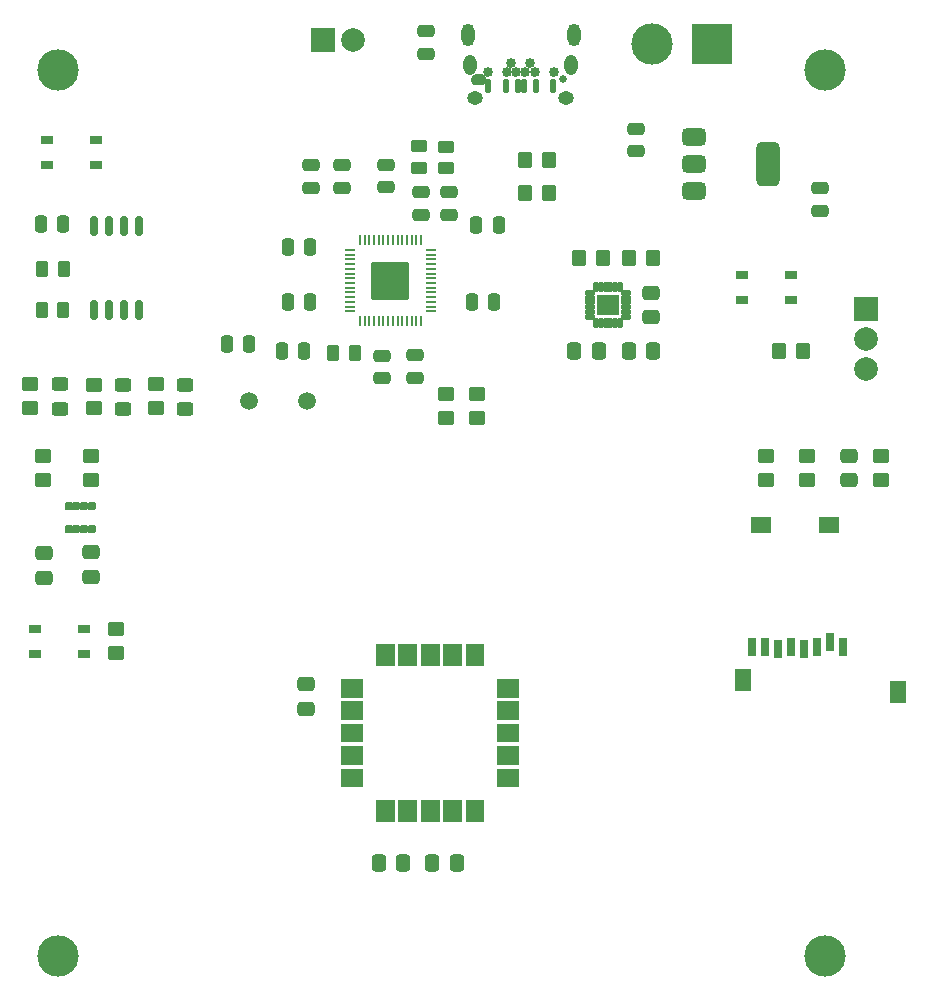
<source format=gts>
%TF.GenerationSoftware,KiCad,Pcbnew,9.0.1*%
%TF.CreationDate,2025-04-14T20:06:37-03:00*%
%TF.ProjectId,SRAD_computer,53524144-5f63-46f6-9d70-757465722e6b,rev?*%
%TF.SameCoordinates,Original*%
%TF.FileFunction,Soldermask,Top*%
%TF.FilePolarity,Negative*%
%FSLAX46Y46*%
G04 Gerber Fmt 4.6, Leading zero omitted, Abs format (unit mm)*
G04 Created by KiCad (PCBNEW 9.0.1) date 2025-04-14 20:06:37*
%MOMM*%
%LPD*%
G01*
G04 APERTURE LIST*
G04 Aperture macros list*
%AMRoundRect*
0 Rectangle with rounded corners*
0 $1 Rounding radius*
0 $2 $3 $4 $5 $6 $7 $8 $9 X,Y pos of 4 corners*
0 Add a 4 corners polygon primitive as box body*
4,1,4,$2,$3,$4,$5,$6,$7,$8,$9,$2,$3,0*
0 Add four circle primitives for the rounded corners*
1,1,$1+$1,$2,$3*
1,1,$1+$1,$4,$5*
1,1,$1+$1,$6,$7*
1,1,$1+$1,$8,$9*
0 Add four rect primitives between the rounded corners*
20,1,$1+$1,$2,$3,$4,$5,0*
20,1,$1+$1,$4,$5,$6,$7,0*
20,1,$1+$1,$6,$7,$8,$9,0*
20,1,$1+$1,$8,$9,$2,$3,0*%
G04 Aperture macros list end*
%ADD10C,0.010000*%
%ADD11RoundRect,0.250000X-0.450000X0.325000X-0.450000X-0.325000X0.450000X-0.325000X0.450000X0.325000X0*%
%ADD12RoundRect,0.250000X-0.475000X0.337500X-0.475000X-0.337500X0.475000X-0.337500X0.475000X0.337500X0*%
%ADD13RoundRect,0.250000X0.475000X-0.250000X0.475000X0.250000X-0.475000X0.250000X-0.475000X-0.250000X0*%
%ADD14RoundRect,0.250000X0.262500X0.450000X-0.262500X0.450000X-0.262500X-0.450000X0.262500X-0.450000X0*%
%ADD15RoundRect,0.250000X-0.450000X0.350000X-0.450000X-0.350000X0.450000X-0.350000X0.450000X0.350000X0*%
%ADD16C,0.650000*%
%ADD17RoundRect,0.102000X0.150000X0.450000X-0.150000X0.450000X-0.150000X-0.450000X0.150000X-0.450000X0*%
%ADD18C,0.854000*%
%ADD19O,1.104000X1.904000*%
%ADD20O,1.104000X1.704000*%
%ADD21O,1.354000X1.104000*%
%ADD22C,1.500000*%
%ADD23RoundRect,0.250000X0.337500X0.475000X-0.337500X0.475000X-0.337500X-0.475000X0.337500X-0.475000X0*%
%ADD24RoundRect,0.250000X-0.475000X0.250000X-0.475000X-0.250000X0.475000X-0.250000X0.475000X0.250000X0*%
%ADD25R,2.000000X2.000000*%
%ADD26C,2.000000*%
%ADD27RoundRect,0.250000X0.350000X0.450000X-0.350000X0.450000X-0.350000X-0.450000X0.350000X-0.450000X0*%
%ADD28RoundRect,0.375000X-0.625000X-0.375000X0.625000X-0.375000X0.625000X0.375000X-0.625000X0.375000X0*%
%ADD29RoundRect,0.500000X-0.500000X-1.400000X0.500000X-1.400000X0.500000X1.400000X-0.500000X1.400000X0*%
%ADD30RoundRect,0.250000X-0.450000X0.262500X-0.450000X-0.262500X0.450000X-0.262500X0.450000X0.262500X0*%
%ADD31R,1.050000X0.650000*%
%ADD32C,3.500000*%
%ADD33RoundRect,0.162500X0.162500X-0.650000X0.162500X0.650000X-0.162500X0.650000X-0.162500X-0.650000X0*%
%ADD34RoundRect,0.250000X-0.350000X-0.450000X0.350000X-0.450000X0.350000X0.450000X-0.350000X0.450000X0*%
%ADD35RoundRect,0.250000X0.475000X-0.337500X0.475000X0.337500X-0.475000X0.337500X-0.475000X-0.337500X0*%
%ADD36RoundRect,0.250000X-0.337500X-0.475000X0.337500X-0.475000X0.337500X0.475000X-0.337500X0.475000X0*%
%ADD37RoundRect,0.250000X0.450000X-0.350000X0.450000X0.350000X-0.450000X0.350000X-0.450000X-0.350000X0*%
%ADD38RoundRect,0.250000X0.250000X0.475000X-0.250000X0.475000X-0.250000X-0.475000X0.250000X-0.475000X0*%
%ADD39RoundRect,0.053000X-0.369000X-0.159000X0.369000X-0.159000X0.369000X0.159000X-0.369000X0.159000X0*%
%ADD40RoundRect,0.053000X-0.159000X-0.369000X0.159000X-0.369000X0.159000X0.369000X-0.159000X0.369000X0*%
%ADD41RoundRect,0.102000X-0.850000X-0.770000X0.850000X-0.770000X0.850000X0.770000X-0.850000X0.770000X0*%
%ADD42R,3.500000X3.500000*%
%ADD43RoundRect,0.081750X0.245250X-0.265250X0.245250X0.265250X-0.245250X0.265250X-0.245250X-0.265250X0*%
%ADD44RoundRect,0.250000X-0.250000X-0.475000X0.250000X-0.475000X0.250000X0.475000X-0.250000X0.475000X0*%
%ADD45RoundRect,0.250000X-0.262500X-0.450000X0.262500X-0.450000X0.262500X0.450000X-0.262500X0.450000X0*%
%ADD46RoundRect,0.050000X-0.387500X-0.050000X0.387500X-0.050000X0.387500X0.050000X-0.387500X0.050000X0*%
%ADD47RoundRect,0.050000X-0.050000X-0.387500X0.050000X-0.387500X0.050000X0.387500X-0.050000X0.387500X0*%
%ADD48RoundRect,0.144000X-1.456000X-1.456000X1.456000X-1.456000X1.456000X1.456000X-1.456000X1.456000X0*%
%ADD49R,0.800000X1.500000*%
%ADD50R,1.400000X1.900000*%
%ADD51R,1.800000X1.400000*%
G04 APERTURE END LIST*
D10*
%TO.C,J7*%
X99177000Y-43216000D02*
X99199000Y-43217000D01*
X99221000Y-43220000D01*
X99243000Y-43224000D01*
X99265000Y-43229000D01*
X99286000Y-43236000D01*
X99307000Y-43243000D01*
X99328000Y-43252000D01*
X99348000Y-43261000D01*
X99368000Y-43272000D01*
X99386000Y-43284000D01*
X99405000Y-43296000D01*
X99422000Y-43310000D01*
X99439000Y-43324000D01*
X99456000Y-43339000D01*
X99471000Y-43356000D01*
X99485000Y-43373000D01*
X99499000Y-43390000D01*
X99511000Y-43409000D01*
X99523000Y-43428000D01*
X99534000Y-43447000D01*
X99543000Y-43467000D01*
X99552000Y-43488000D01*
X99559000Y-43509000D01*
X99566000Y-43530000D01*
X99571000Y-43552000D01*
X99575000Y-43574000D01*
X99578000Y-43596000D01*
X99579000Y-43618000D01*
X99580000Y-43640000D01*
X99579000Y-43662000D01*
X99578000Y-43684000D01*
X99575000Y-43706000D01*
X99571000Y-43728000D01*
X99566000Y-43750000D01*
X99559000Y-43771000D01*
X99552000Y-43792000D01*
X99543000Y-43813000D01*
X99534000Y-43833000D01*
X99523000Y-43852000D01*
X99511000Y-43871000D01*
X99499000Y-43890000D01*
X99485000Y-43907000D01*
X99471000Y-43924000D01*
X99456000Y-43941000D01*
X99439000Y-43956000D01*
X99422000Y-43970000D01*
X99405000Y-43984000D01*
X99386000Y-43996000D01*
X99368000Y-44008000D01*
X99348000Y-44019000D01*
X99328000Y-44028000D01*
X99307000Y-44037000D01*
X99286000Y-44044000D01*
X99265000Y-44051000D01*
X99243000Y-44056000D01*
X99221000Y-44060000D01*
X99199000Y-44063000D01*
X99177000Y-44064000D01*
X99155000Y-44065000D01*
X98805000Y-44065000D01*
X98783000Y-44064000D01*
X98761000Y-44063000D01*
X98739000Y-44060000D01*
X98717000Y-44056000D01*
X98695000Y-44051000D01*
X98674000Y-44044000D01*
X98653000Y-44037000D01*
X98632000Y-44028000D01*
X98612000Y-44019000D01*
X98593000Y-44008000D01*
X98574000Y-43996000D01*
X98555000Y-43984000D01*
X98538000Y-43970000D01*
X98521000Y-43956000D01*
X98504000Y-43941000D01*
X98489000Y-43924000D01*
X98475000Y-43907000D01*
X98461000Y-43890000D01*
X98449000Y-43871000D01*
X98437000Y-43852000D01*
X98426000Y-43833000D01*
X98417000Y-43813000D01*
X98408000Y-43792000D01*
X98401000Y-43771000D01*
X98394000Y-43750000D01*
X98389000Y-43728000D01*
X98385000Y-43706000D01*
X98382000Y-43684000D01*
X98381000Y-43662000D01*
X98380000Y-43640000D01*
X98381000Y-43618000D01*
X98382000Y-43596000D01*
X98385000Y-43574000D01*
X98389000Y-43552000D01*
X98394000Y-43530000D01*
X98401000Y-43509000D01*
X98408000Y-43488000D01*
X98417000Y-43467000D01*
X98426000Y-43447000D01*
X98437000Y-43428000D01*
X98449000Y-43409000D01*
X98461000Y-43390000D01*
X98475000Y-43373000D01*
X98489000Y-43356000D01*
X98504000Y-43339000D01*
X98521000Y-43324000D01*
X98538000Y-43310000D01*
X98555000Y-43296000D01*
X98574000Y-43284000D01*
X98593000Y-43272000D01*
X98612000Y-43261000D01*
X98632000Y-43252000D01*
X98653000Y-43243000D01*
X98674000Y-43236000D01*
X98695000Y-43229000D01*
X98717000Y-43224000D01*
X98739000Y-43220000D01*
X98761000Y-43217000D01*
X98783000Y-43216000D01*
X98805000Y-43215000D01*
X99155000Y-43215000D01*
X99177000Y-43216000D01*
G36*
X99177000Y-43216000D02*
G01*
X99199000Y-43217000D01*
X99221000Y-43220000D01*
X99243000Y-43224000D01*
X99265000Y-43229000D01*
X99286000Y-43236000D01*
X99307000Y-43243000D01*
X99328000Y-43252000D01*
X99348000Y-43261000D01*
X99368000Y-43272000D01*
X99386000Y-43284000D01*
X99405000Y-43296000D01*
X99422000Y-43310000D01*
X99439000Y-43324000D01*
X99456000Y-43339000D01*
X99471000Y-43356000D01*
X99485000Y-43373000D01*
X99499000Y-43390000D01*
X99511000Y-43409000D01*
X99523000Y-43428000D01*
X99534000Y-43447000D01*
X99543000Y-43467000D01*
X99552000Y-43488000D01*
X99559000Y-43509000D01*
X99566000Y-43530000D01*
X99571000Y-43552000D01*
X99575000Y-43574000D01*
X99578000Y-43596000D01*
X99579000Y-43618000D01*
X99580000Y-43640000D01*
X99579000Y-43662000D01*
X99578000Y-43684000D01*
X99575000Y-43706000D01*
X99571000Y-43728000D01*
X99566000Y-43750000D01*
X99559000Y-43771000D01*
X99552000Y-43792000D01*
X99543000Y-43813000D01*
X99534000Y-43833000D01*
X99523000Y-43852000D01*
X99511000Y-43871000D01*
X99499000Y-43890000D01*
X99485000Y-43907000D01*
X99471000Y-43924000D01*
X99456000Y-43941000D01*
X99439000Y-43956000D01*
X99422000Y-43970000D01*
X99405000Y-43984000D01*
X99386000Y-43996000D01*
X99368000Y-44008000D01*
X99348000Y-44019000D01*
X99328000Y-44028000D01*
X99307000Y-44037000D01*
X99286000Y-44044000D01*
X99265000Y-44051000D01*
X99243000Y-44056000D01*
X99221000Y-44060000D01*
X99199000Y-44063000D01*
X99177000Y-44064000D01*
X99155000Y-44065000D01*
X98805000Y-44065000D01*
X98783000Y-44064000D01*
X98761000Y-44063000D01*
X98739000Y-44060000D01*
X98717000Y-44056000D01*
X98695000Y-44051000D01*
X98674000Y-44044000D01*
X98653000Y-44037000D01*
X98632000Y-44028000D01*
X98612000Y-44019000D01*
X98593000Y-44008000D01*
X98574000Y-43996000D01*
X98555000Y-43984000D01*
X98538000Y-43970000D01*
X98521000Y-43956000D01*
X98504000Y-43941000D01*
X98489000Y-43924000D01*
X98475000Y-43907000D01*
X98461000Y-43890000D01*
X98449000Y-43871000D01*
X98437000Y-43852000D01*
X98426000Y-43833000D01*
X98417000Y-43813000D01*
X98408000Y-43792000D01*
X98401000Y-43771000D01*
X98394000Y-43750000D01*
X98389000Y-43728000D01*
X98385000Y-43706000D01*
X98382000Y-43684000D01*
X98381000Y-43662000D01*
X98380000Y-43640000D01*
X98381000Y-43618000D01*
X98382000Y-43596000D01*
X98385000Y-43574000D01*
X98389000Y-43552000D01*
X98394000Y-43530000D01*
X98401000Y-43509000D01*
X98408000Y-43488000D01*
X98417000Y-43467000D01*
X98426000Y-43447000D01*
X98437000Y-43428000D01*
X98449000Y-43409000D01*
X98461000Y-43390000D01*
X98475000Y-43373000D01*
X98489000Y-43356000D01*
X98504000Y-43339000D01*
X98521000Y-43324000D01*
X98538000Y-43310000D01*
X98555000Y-43296000D01*
X98574000Y-43284000D01*
X98593000Y-43272000D01*
X98612000Y-43261000D01*
X98632000Y-43252000D01*
X98653000Y-43243000D01*
X98674000Y-43236000D01*
X98695000Y-43229000D01*
X98717000Y-43224000D01*
X98739000Y-43220000D01*
X98761000Y-43217000D01*
X98783000Y-43216000D01*
X98805000Y-43215000D01*
X99155000Y-43215000D01*
X99177000Y-43216000D01*
G37*
%TO.C,U6*%
X89170000Y-95902984D02*
X87370000Y-95902984D01*
X87370000Y-94402984D01*
X89170000Y-94402984D01*
X89170000Y-95902984D01*
G36*
X89170000Y-95902984D02*
G01*
X87370000Y-95902984D01*
X87370000Y-94402984D01*
X89170000Y-94402984D01*
X89170000Y-95902984D01*
G37*
X89170000Y-97802984D02*
X87370000Y-97802984D01*
X87370000Y-96302984D01*
X89170000Y-96302984D01*
X89170000Y-97802984D01*
G36*
X89170000Y-97802984D02*
G01*
X87370000Y-97802984D01*
X87370000Y-96302984D01*
X89170000Y-96302984D01*
X89170000Y-97802984D01*
G37*
X89170000Y-99702984D02*
X87370000Y-99702984D01*
X87370000Y-98202984D01*
X89170000Y-98202984D01*
X89170000Y-99702984D01*
G36*
X89170000Y-99702984D02*
G01*
X87370000Y-99702984D01*
X87370000Y-98202984D01*
X89170000Y-98202984D01*
X89170000Y-99702984D01*
G37*
X89170000Y-101602984D02*
X87370000Y-101602984D01*
X87370000Y-100102984D01*
X89170000Y-100102984D01*
X89170000Y-101602984D01*
G36*
X89170000Y-101602984D02*
G01*
X87370000Y-101602984D01*
X87370000Y-100102984D01*
X89170000Y-100102984D01*
X89170000Y-101602984D01*
G37*
X89170000Y-103502984D02*
X87370000Y-103502984D01*
X87370000Y-102002984D01*
X89170000Y-102002984D01*
X89170000Y-103502984D01*
G36*
X89170000Y-103502984D02*
G01*
X87370000Y-103502984D01*
X87370000Y-102002984D01*
X89170000Y-102002984D01*
X89170000Y-103502984D01*
G37*
X91820000Y-93252984D02*
X90320000Y-93252984D01*
X90320000Y-91452984D01*
X91820000Y-91452984D01*
X91820000Y-93252984D01*
G36*
X91820000Y-93252984D02*
G01*
X90320000Y-93252984D01*
X90320000Y-91452984D01*
X91820000Y-91452984D01*
X91820000Y-93252984D01*
G37*
X91820000Y-106452984D02*
X90320000Y-106452984D01*
X90320000Y-104652984D01*
X91820000Y-104652984D01*
X91820000Y-106452984D01*
G36*
X91820000Y-106452984D02*
G01*
X90320000Y-106452984D01*
X90320000Y-104652984D01*
X91820000Y-104652984D01*
X91820000Y-106452984D01*
G37*
X93720000Y-93252984D02*
X92220000Y-93252984D01*
X92220000Y-91452984D01*
X93720000Y-91452984D01*
X93720000Y-93252984D01*
G36*
X93720000Y-93252984D02*
G01*
X92220000Y-93252984D01*
X92220000Y-91452984D01*
X93720000Y-91452984D01*
X93720000Y-93252984D01*
G37*
X93720000Y-106452984D02*
X92220000Y-106452984D01*
X92220000Y-104652984D01*
X93720000Y-104652984D01*
X93720000Y-106452984D01*
G36*
X93720000Y-106452984D02*
G01*
X92220000Y-106452984D01*
X92220000Y-104652984D01*
X93720000Y-104652984D01*
X93720000Y-106452984D01*
G37*
X95620000Y-93252984D02*
X94120000Y-93252984D01*
X94120000Y-91452984D01*
X95620000Y-91452984D01*
X95620000Y-93252984D01*
G36*
X95620000Y-93252984D02*
G01*
X94120000Y-93252984D01*
X94120000Y-91452984D01*
X95620000Y-91452984D01*
X95620000Y-93252984D01*
G37*
X95620000Y-106452984D02*
X94120000Y-106452984D01*
X94120000Y-104652984D01*
X95620000Y-104652984D01*
X95620000Y-106452984D01*
G36*
X95620000Y-106452984D02*
G01*
X94120000Y-106452984D01*
X94120000Y-104652984D01*
X95620000Y-104652984D01*
X95620000Y-106452984D01*
G37*
X97520000Y-93252984D02*
X96020000Y-93252984D01*
X96020000Y-91452984D01*
X97520000Y-91452984D01*
X97520000Y-93252984D01*
G36*
X97520000Y-93252984D02*
G01*
X96020000Y-93252984D01*
X96020000Y-91452984D01*
X97520000Y-91452984D01*
X97520000Y-93252984D01*
G37*
X97520000Y-106452984D02*
X96020000Y-106452984D01*
X96020000Y-104652984D01*
X97520000Y-104652984D01*
X97520000Y-106452984D01*
G36*
X97520000Y-106452984D02*
G01*
X96020000Y-106452984D01*
X96020000Y-104652984D01*
X97520000Y-104652984D01*
X97520000Y-106452984D01*
G37*
X99420000Y-93252984D02*
X97920000Y-93252984D01*
X97920000Y-91452984D01*
X99420000Y-91452984D01*
X99420000Y-93252984D01*
G36*
X99420000Y-93252984D02*
G01*
X97920000Y-93252984D01*
X97920000Y-91452984D01*
X99420000Y-91452984D01*
X99420000Y-93252984D01*
G37*
X99420000Y-106452984D02*
X97920000Y-106452984D01*
X97920000Y-104652984D01*
X99420000Y-104652984D01*
X99420000Y-106452984D01*
G36*
X99420000Y-106452984D02*
G01*
X97920000Y-106452984D01*
X97920000Y-104652984D01*
X99420000Y-104652984D01*
X99420000Y-106452984D01*
G37*
X102370000Y-95902984D02*
X100570000Y-95902984D01*
X100570000Y-94402984D01*
X102370000Y-94402984D01*
X102370000Y-95902984D01*
G36*
X102370000Y-95902984D02*
G01*
X100570000Y-95902984D01*
X100570000Y-94402984D01*
X102370000Y-94402984D01*
X102370000Y-95902984D01*
G37*
X102370000Y-97802984D02*
X100570000Y-97802984D01*
X100570000Y-96302984D01*
X102370000Y-96302984D01*
X102370000Y-97802984D01*
G36*
X102370000Y-97802984D02*
G01*
X100570000Y-97802984D01*
X100570000Y-96302984D01*
X102370000Y-96302984D01*
X102370000Y-97802984D01*
G37*
X102370000Y-99702984D02*
X100570000Y-99702984D01*
X100570000Y-98202984D01*
X102370000Y-98202984D01*
X102370000Y-99702984D01*
G36*
X102370000Y-99702984D02*
G01*
X100570000Y-99702984D01*
X100570000Y-98202984D01*
X102370000Y-98202984D01*
X102370000Y-99702984D01*
G37*
X102370000Y-101602984D02*
X100570000Y-101602984D01*
X100570000Y-100102984D01*
X102370000Y-100102984D01*
X102370000Y-101602984D01*
G36*
X102370000Y-101602984D02*
G01*
X100570000Y-101602984D01*
X100570000Y-100102984D01*
X102370000Y-100102984D01*
X102370000Y-101602984D01*
G37*
X102370000Y-103502984D02*
X100570000Y-103502984D01*
X100570000Y-102002984D01*
X102370000Y-102002984D01*
X102370000Y-103502984D01*
G36*
X102370000Y-103502984D02*
G01*
X100570000Y-103502984D01*
X100570000Y-102002984D01*
X102370000Y-102002984D01*
X102370000Y-103502984D01*
G37*
%TD*%
D11*
%TO.C,D2*%
X68908000Y-69502984D03*
X68908000Y-71552984D03*
%TD*%
D12*
%TO.C,C_BME_VDDIO1*%
X66190707Y-83678691D03*
X66190707Y-85753691D03*
%TD*%
D13*
%TO.C,C8*%
X94100000Y-55112836D03*
X94100000Y-53212836D03*
%TD*%
D14*
%TO.C,R2*%
X63880859Y-59723927D03*
X62055859Y-59723927D03*
%TD*%
D15*
%TO.C,R15*%
X133050000Y-75542984D03*
X133050000Y-77542984D03*
%TD*%
D16*
%TO.C,J7*%
X106180000Y-43640000D03*
X98980000Y-43640000D03*
D17*
X105330000Y-44200000D03*
X103830000Y-44200000D03*
X102830000Y-44200000D03*
X102330000Y-44200000D03*
X101330000Y-44200000D03*
X99830000Y-44200000D03*
D18*
X99780000Y-42990000D03*
X101380000Y-42990000D03*
X101780000Y-42290000D03*
X102180000Y-42990000D03*
X102980000Y-42990000D03*
X103380000Y-42290000D03*
X103780000Y-42990000D03*
X105380000Y-42990000D03*
D19*
X107080000Y-39870000D03*
D20*
X106855000Y-42390000D03*
D21*
X106425000Y-45190000D03*
X98735000Y-45190000D03*
D20*
X98305000Y-42390000D03*
D19*
X98080000Y-39870000D03*
%TD*%
D13*
%TO.C,C10*%
X96470000Y-55112836D03*
X96470000Y-53212836D03*
%TD*%
%TO.C,C1*%
X112330000Y-49732836D03*
X112330000Y-47832836D03*
%TD*%
D15*
%TO.C,R13*%
X123303333Y-75552984D03*
X123303333Y-77552984D03*
%TD*%
D22*
%TO.C,Y1*%
X79590000Y-70882984D03*
X84470000Y-70882984D03*
%TD*%
D15*
%TO.C,R_BME_SDA1*%
X62170707Y-75566191D03*
X62170707Y-77566191D03*
%TD*%
%TO.C,R16*%
X68290000Y-90170000D03*
X68290000Y-92170000D03*
%TD*%
D23*
%TO.C,C_VDDIO_MPU1*%
X109200000Y-66622984D03*
X107125000Y-66622984D03*
%TD*%
D24*
%TO.C,C4*%
X127880000Y-52852836D03*
X127880000Y-54752836D03*
%TD*%
D25*
%TO.C,J5*%
X131810000Y-63105000D03*
D26*
X131810000Y-65645000D03*
X131810000Y-68185000D03*
%TD*%
D27*
%TO.C,R_BL2*%
X104980000Y-53230000D03*
X102980000Y-53230000D03*
%TD*%
D28*
%TO.C,U1*%
X117230000Y-48500336D03*
X117230000Y-50800336D03*
D29*
X123530000Y-50800336D03*
D28*
X117230000Y-53100336D03*
%TD*%
D15*
%TO.C,R_BME_SCL1*%
X66160707Y-75546191D03*
X66160707Y-77546191D03*
%TD*%
D30*
%TO.C,R3*%
X93990000Y-49325336D03*
X93990000Y-51150336D03*
%TD*%
D23*
%TO.C,C_SAM_VCCIO1*%
X92620000Y-109952984D03*
X90545000Y-109952984D03*
%TD*%
D15*
%TO.C,R9*%
X71710000Y-69465484D03*
X71710000Y-71465484D03*
%TD*%
D25*
%TO.C,J1*%
X85860000Y-40270000D03*
D26*
X88400000Y-40270000D03*
%TD*%
D31*
%TO.C,S2*%
X65600000Y-92310000D03*
X61450000Y-92310000D03*
X65600000Y-90160000D03*
X61450000Y-90160000D03*
%TD*%
D32*
%TO.C,H2*%
X128380000Y-42822984D03*
%TD*%
D33*
%TO.C,U2*%
X66454747Y-63201427D03*
X67724747Y-63201427D03*
X68994747Y-63201427D03*
X70264747Y-63201427D03*
X70264747Y-56026427D03*
X68994747Y-56026427D03*
X67724747Y-56026427D03*
X66454747Y-56026427D03*
%TD*%
D32*
%TO.C,H1*%
X63380000Y-42822984D03*
%TD*%
D15*
%TO.C,R10*%
X66440000Y-69482984D03*
X66440000Y-71482984D03*
%TD*%
D34*
%TO.C,R_BL1*%
X102980000Y-50460000D03*
X104980000Y-50460000D03*
%TD*%
D11*
%TO.C,D1*%
X74178000Y-69485484D03*
X74178000Y-71535484D03*
%TD*%
D12*
%TO.C,C18*%
X130356666Y-75515484D03*
X130356666Y-77590484D03*
%TD*%
D24*
%TO.C,C6*%
X93610000Y-67022836D03*
X93610000Y-68922836D03*
%TD*%
D35*
%TO.C,C_VDD_MPU1*%
X113642500Y-63770484D03*
X113642500Y-61695484D03*
%TD*%
D11*
%TO.C,D3*%
X63528000Y-69465484D03*
X63528000Y-71515484D03*
%TD*%
D36*
%TO.C,C_MPU_REG1*%
X111705000Y-66622984D03*
X113780000Y-66622984D03*
%TD*%
D37*
%TO.C,R_SAM_SDA1*%
X98880000Y-72322984D03*
X98880000Y-70322984D03*
%TD*%
D32*
%TO.C,H4*%
X63380000Y-117822984D03*
%TD*%
D24*
%TO.C,C17*%
X94570000Y-39582836D03*
X94570000Y-41482836D03*
%TD*%
D38*
%TO.C,C14*%
X84730000Y-62522984D03*
X82830000Y-62522984D03*
%TD*%
D39*
%TO.C,U5*%
X108410000Y-61732984D03*
X108410000Y-62132984D03*
X108410000Y-62532984D03*
X108410000Y-62932984D03*
X108410000Y-63332984D03*
X108410000Y-63732984D03*
D40*
X108955000Y-64277984D03*
X109355000Y-64277984D03*
X109755000Y-64277984D03*
X110155000Y-64277984D03*
X110555000Y-64277984D03*
X110955000Y-64277984D03*
D39*
X111500000Y-63732984D03*
X111500000Y-63332984D03*
X111500000Y-62932984D03*
X111500000Y-62532984D03*
X111500000Y-62132984D03*
X111500000Y-61732984D03*
D40*
X110955000Y-61187984D03*
X110555000Y-61187984D03*
X110155000Y-61187984D03*
X109755000Y-61187984D03*
X109355000Y-61187984D03*
X108955000Y-61187984D03*
D41*
X109955000Y-62732984D03*
%TD*%
D12*
%TO.C,C_BME_VDD1*%
X62200707Y-83758691D03*
X62200707Y-85833691D03*
%TD*%
D31*
%TO.C,S3*%
X66635000Y-50935000D03*
X62485000Y-50935000D03*
X66635000Y-48785000D03*
X62485000Y-48785000D03*
%TD*%
D35*
%TO.C,C_SAM_VCC1*%
X84370000Y-96952984D03*
X84370000Y-94877984D03*
%TD*%
D30*
%TO.C,R4*%
X96210000Y-49345336D03*
X96210000Y-51170336D03*
%TD*%
D27*
%TO.C,R_MPU_SCL1*%
X113760000Y-58782984D03*
X111760000Y-58782984D03*
%TD*%
D14*
%TO.C,R1*%
X63859747Y-63183927D03*
X62034747Y-63183927D03*
%TD*%
D27*
%TO.C,R_MPU_SDA1*%
X109530000Y-58772984D03*
X107530000Y-58772984D03*
%TD*%
D31*
%TO.C,S1*%
X121280000Y-60172984D03*
X125430000Y-60172984D03*
X121280000Y-62322984D03*
X125430000Y-62322984D03*
%TD*%
D24*
%TO.C,C13*%
X90820000Y-67062836D03*
X90820000Y-68962836D03*
%TD*%
D38*
%TO.C,C15*%
X84730000Y-57872984D03*
X82830000Y-57872984D03*
%TD*%
D34*
%TO.C,R12*%
X124450000Y-66632984D03*
X126450000Y-66632984D03*
%TD*%
D13*
%TO.C,C7*%
X84830000Y-52822984D03*
X84830000Y-50922984D03*
%TD*%
D15*
%TO.C,R11*%
X61060000Y-69445484D03*
X61060000Y-71445484D03*
%TD*%
D32*
%TO.C,H3*%
X128380000Y-117822984D03*
%TD*%
D42*
%TO.C,J4*%
X118770000Y-40642836D03*
D32*
X113690000Y-40642836D03*
%TD*%
D43*
%TO.C,U4*%
X64290707Y-79801191D03*
X64940707Y-79801191D03*
X65590707Y-79801191D03*
X66240707Y-79801191D03*
X66240707Y-81741191D03*
X65590707Y-81741191D03*
X64940707Y-81741191D03*
X64290707Y-81741191D03*
%TD*%
D44*
%TO.C,C11*%
X98810000Y-55940000D03*
X100710000Y-55940000D03*
%TD*%
D37*
%TO.C,R_SAM_SCL1*%
X96280000Y-72322984D03*
X96280000Y-70322984D03*
%TD*%
D45*
%TO.C,R5*%
X86717500Y-66822984D03*
X88542500Y-66822984D03*
%TD*%
D44*
%TO.C,C12*%
X98430000Y-62522984D03*
X100330000Y-62522984D03*
%TD*%
D38*
%TO.C,C2*%
X84250000Y-66672984D03*
X82350000Y-66672984D03*
%TD*%
D46*
%TO.C,U3*%
X88112500Y-58087836D03*
X88112500Y-58487836D03*
X88112500Y-58887836D03*
X88112500Y-59287836D03*
X88112500Y-59687836D03*
X88112500Y-60087836D03*
X88112500Y-60487836D03*
X88112500Y-60887836D03*
X88112500Y-61287836D03*
X88112500Y-61687836D03*
X88112500Y-62087836D03*
X88112500Y-62487836D03*
X88112500Y-62887836D03*
X88112500Y-63287836D03*
D47*
X88950000Y-64125336D03*
X89350000Y-64125336D03*
X89750000Y-64125336D03*
X90150000Y-64125336D03*
X90550000Y-64125336D03*
X90950000Y-64125336D03*
X91350000Y-64125336D03*
X91750000Y-64125336D03*
X92150000Y-64125336D03*
X92550000Y-64125336D03*
X92950000Y-64125336D03*
X93350000Y-64125336D03*
X93750000Y-64125336D03*
X94150000Y-64125336D03*
D46*
X94987500Y-63287836D03*
X94987500Y-62887836D03*
X94987500Y-62487836D03*
X94987500Y-62087836D03*
X94987500Y-61687836D03*
X94987500Y-61287836D03*
X94987500Y-60887836D03*
X94987500Y-60487836D03*
X94987500Y-60087836D03*
X94987500Y-59687836D03*
X94987500Y-59287836D03*
X94987500Y-58887836D03*
X94987500Y-58487836D03*
X94987500Y-58087836D03*
D47*
X94150000Y-57250336D03*
X93750000Y-57250336D03*
X93350000Y-57250336D03*
X92950000Y-57250336D03*
X92550000Y-57250336D03*
X92150000Y-57250336D03*
X91750000Y-57250336D03*
X91350000Y-57250336D03*
X90950000Y-57250336D03*
X90550000Y-57250336D03*
X90150000Y-57250336D03*
X89750000Y-57250336D03*
X89350000Y-57250336D03*
X88950000Y-57250336D03*
D48*
X91550000Y-60687836D03*
%TD*%
D13*
%TO.C,C9*%
X91160000Y-52792836D03*
X91160000Y-50892836D03*
%TD*%
D49*
%TO.C,J2*%
X129850000Y-91670000D03*
X128750000Y-91270000D03*
X127650000Y-91670000D03*
X126550000Y-91870000D03*
X125450000Y-91670000D03*
X124350000Y-91870000D03*
X123250000Y-91670000D03*
X122150000Y-91670000D03*
D50*
X134510000Y-95520000D03*
D51*
X128660000Y-81370000D03*
D50*
X121360000Y-94520000D03*
D51*
X122960000Y-81370000D03*
%TD*%
D36*
%TO.C,C_SAM_VBCKP1*%
X95082500Y-109952984D03*
X97157500Y-109952984D03*
%TD*%
D38*
%TO.C,C3*%
X79590000Y-66022984D03*
X77690000Y-66022984D03*
%TD*%
D15*
%TO.C,R14*%
X126830000Y-75552984D03*
X126830000Y-77552984D03*
%TD*%
D38*
%TO.C,C5*%
X63838359Y-55853927D03*
X61938359Y-55853927D03*
%TD*%
D13*
%TO.C,C16*%
X87480000Y-52822984D03*
X87480000Y-50922984D03*
%TD*%
M02*

</source>
